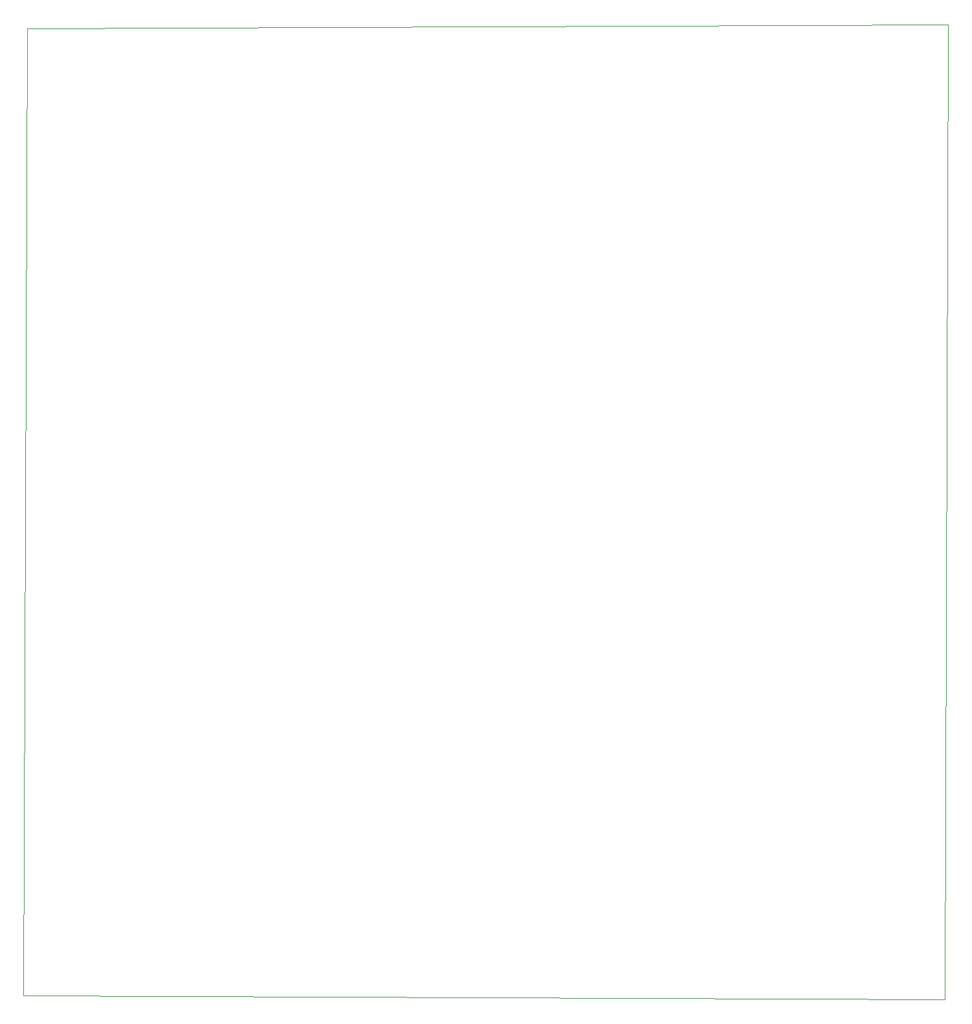
<source format=gm1>
G04 #@! TF.GenerationSoftware,KiCad,Pcbnew,9.0.1*
G04 #@! TF.CreationDate,2025-04-14T15:22:14-05:00*
G04 #@! TF.ProjectId,cjm6842,636a6d36-3834-4322-9e6b-696361645f70,v1.0.1*
G04 #@! TF.SameCoordinates,Original*
G04 #@! TF.FileFunction,Profile,NP*
%FSLAX46Y46*%
G04 Gerber Fmt 4.6, Leading zero omitted, Abs format (unit mm)*
G04 Created by KiCad (PCBNEW 9.0.1) date 2025-04-14 15:22:14*
%MOMM*%
%LPD*%
G01*
G04 APERTURE LIST*
G04 #@! TA.AperFunction,Profile*
%ADD10C,0.100000*%
G04 #@! TD*
G04 APERTURE END LIST*
D10*
X215500000Y-160500000D02*
X95000000Y-160000000D01*
X95500000Y-33500000D01*
X216000000Y-33000000D01*
X215500000Y-160500000D01*
M02*

</source>
